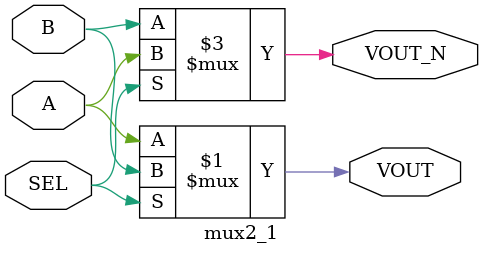
<source format=v>

module mux2_1(
    input A,
    input B,
    input SEL,
    output VOUT,
    output VOUT_N
);
    assign VOUT = (SEL)? B:A;
    assign VOUT_N = ~(SEL)? B:A;

endmodule
</source>
